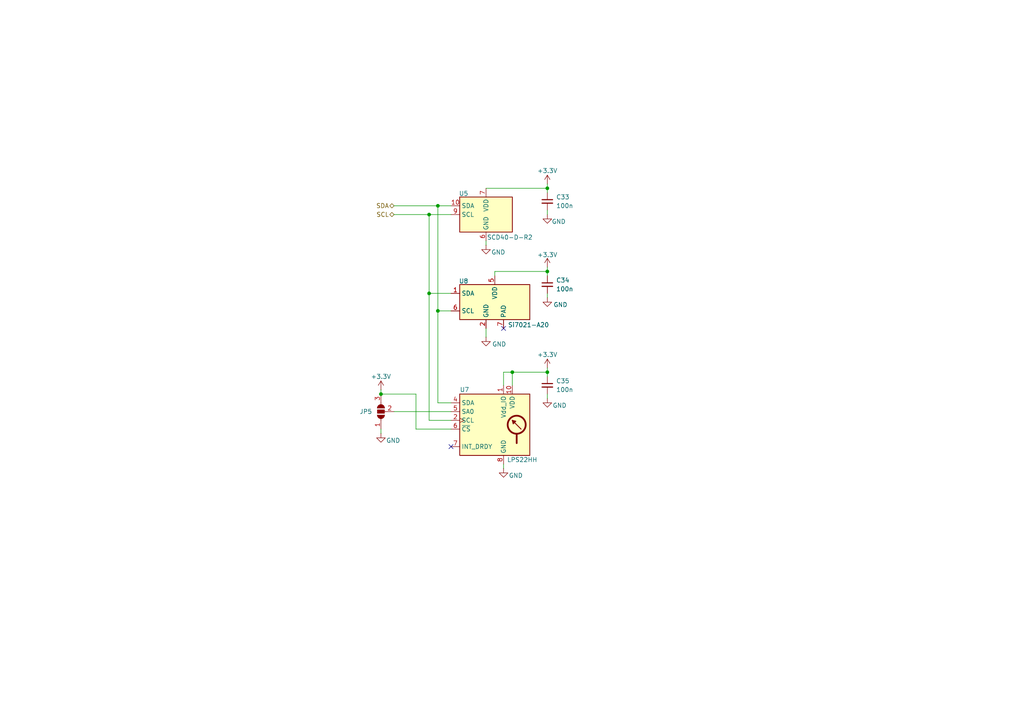
<source format=kicad_sch>
(kicad_sch (version 20231120) (generator "eeschema") (generator_version "8.0")
  (paper "A4")
  (lib_symbols
    (symbol "Device:C_Small" (pin_numbers hide) (pin_names (offset 0.254) hide)
      (property "Reference" "C" (at 0.254 1.778 0))
      (property "Value" "C_Small" (at 0.254 -2.032 0))
      (symbol "C_Small_0_1"
        (polyline (pts (xy -1.524 -0.508) (xy 1.524 -0.508)) (stroke (width 0.3302)))
        (polyline (pts (xy -1.524 0.508) (xy 1.524 0.508)) (stroke (width 0.3048)))
      )
      (symbol "C_Small_1_1"
        (pin passive line (at 0 2.54 270) (length 2.032) (name "~") (number "1"))
        (pin passive line (at 0 -2.54 90) (length 2.032) (name "~") (number "2"))
      )
    )
    (symbol "Jumper:SolderJumper_3_Open" (pin_names (offset 0) hide) (exclude_from_sim yes) (in_bom no)
      (property "Reference" "JP" (at -2.54 -2.54 0))
      (property "Value" "SolderJumper_3_Open" (at 0 2.794 0))
      (symbol "SolderJumper_3_Open_0_1"
        (arc (start -1.016 1.016) (mid -2.0276 0) (end -1.016 -1.016))
        (arc (start -1.016 1.016) (mid -2.0276 0) (end -1.016 -1.016) (fill (type outline)))
        (rectangle (start -0.508 1.016) (end 0.508 -1.016) (fill (type outline)))
        (polyline (pts (xy -2.54 0) (xy -2.032 0)))
        (polyline (pts (xy -1.016 1.016) (xy -1.016 -1.016)))
        (polyline (pts (xy 0 -1.27) (xy 0 -1.016)))
        (polyline (pts (xy 1.016 1.016) (xy 1.016 -1.016)))
        (polyline (pts (xy 2.54 0) (xy 2.032 0)))
        (arc (start 1.016 -1.016) (mid 2.0276 0) (end 1.016 1.016))
        (arc (start 1.016 -1.016) (mid 2.0276 0) (end 1.016 1.016) (fill (type outline)))
      )
      (symbol "SolderJumper_3_Open_1_1"
        (pin passive line (at -5.08 0 0) (length 2.54) (name "A") (number "1"))
        (pin passive line (at 0 -3.81 90) (length 2.54) (name "C") (number "2"))
        (pin passive line (at 5.08 0 180) (length 2.54) (name "B") (number "3"))
      )
    )
    (symbol "Sensor_Gas:SCD40-D-R2"
      (property "Reference" "U" (at -7.62 6.35 0))
      (property "Value" "SCD40-D-R2" (at 6.985 6.35 0))
      (symbol "SCD40-D-R2_0_1"
        (rectangle (start 7.62 5.08) (end -7.62 -5.08) (stroke (width 0.254)) (fill (type background)))
      )
      (symbol "SCD40-D-R2_1_1"
        (pin bidirectional line (at 10.16 2.54 180) (length 2.54) (name "SDA") (number "10"))
        (pin passive line (at 0 7.62 270) (length 2.54) hide (name "VDD") (number "19"))
        (pin passive line (at 0 -7.62 90) (length 2.54) hide (name "GND") (number "20"))
        (pin passive line (at 0 -7.62 90) (length 2.54) hide (name "GND") (number "21"))
        (pin power_in line (at 0 -7.62 90) (length 2.54) (name "GND") (number "6"))
        (pin power_in line (at 0 7.62 270) (length 2.54) (name "VDD") (number "7"))
        (pin input line (at 10.16 0 180) (length 2.54) (name "SCL") (number "9"))
      )
    )
    (symbol "Sensor_Humidity:Si7021-A20"
      (property "Reference" "U" (at -5.08 7.62 0))
      (property "Value" "Si7021-A20" (at -10.16 10.16 0))
      (symbol "Si7021-A20_0_1"
        (rectangle (start -10.16 5.08) (end 10.16 -5.08) (stroke (width 0.254)) (fill (type background)))
      )
      (symbol "Si7021-A20_1_1"
        (pin bidirectional line (at -12.7 2.54 0) (length 2.54) (name "SDA") (number "1"))
        (pin power_in line (at -2.54 -7.62 90) (length 2.54) (name "GND") (number "2"))
        (pin no_connect line (at 10.16 2.54 180) (length 2.54) hide (name "NC") (number "3"))
        (pin no_connect line (at 10.16 -2.54 180) (length 2.54) hide (name "NC") (number "4"))
        (pin power_in line (at 0 7.62 270) (length 2.54) (name "VDD") (number "5"))
        (pin input line (at -12.7 -2.54 0) (length 2.54) (name "SCL") (number "6"))
        (pin passive line (at 2.54 -7.62 90) (length 2.54) (name "PAD") (number "7"))
      )
    )
    (symbol "Sensor_Pressure:LPS22HH"
      (property "Reference" "U" (at -11.43 1.27 0))
      (property "Value" "LPS22HH" (at -11.43 -1.27 0))
      (symbol "LPS22HH_0_1"
        (rectangle (start -10.16 10.16) (end 10.16 -7.62) (stroke (width 0.254)) (fill (type background)))
        (circle (center -6.35 1.27) (radius 2.6162) (stroke (width 0.508)))
        (polyline (pts (xy -7.62 0) (xy -5.08 2.54)) (stroke (width 0.254)))
        (polyline (pts (xy -6.35 -1.524) (xy -6.35 -4.064)) (stroke (width 0.508)))
        (polyline (pts (xy -5.08 2.54) (xy -5.334 1.524) (xy -6.096 2.286) (xy -5.08 2.54)) (stroke (width 0.254)) (fill (type outline)))
      )
      (symbol "LPS22HH_1_1"
        (pin power_in line (at -2.54 12.7 270) (length 2.54) (name "Vdd_IO") (number "1"))
        (pin power_in line (at -5.08 12.7 270) (length 2.54) (name "VDD") (number "10"))
        (pin input clock (at 12.7 2.54 180) (length 2.54) (name "SCL") (number "2"))
        (pin passive line (at -2.54 -10.16 90) (length 2.54) hide (name "GND") (number "3"))
        (pin bidirectional line (at 12.7 7.62 180) (length 2.54) (name "SDA") (number "4"))
        (pin input line (at 12.7 5.08 180) (length 2.54) (name "SA0") (number "5"))
        (pin input line (at 12.7 0 180) (length 2.54) (name "~{CS}") (number "6"))
        (pin output line (at 12.7 -5.08 180) (length 2.54) (name "INT_DRDY") (number "7"))
        (pin power_in line (at -2.54 -10.16 90) (length 2.54) (name "GND") (number "8"))
        (pin passive line (at -2.54 -10.16 90) (length 2.54) hide (name "GND") (number "9"))
      )
    )
    (symbol "power:+3.3V" (power) (pin_numbers hide) (pin_names (offset 0) hide)
      (property "Value" "+3.3V" (at 0 3.556 0))
      (symbol "+3.3V_0_1"
        (polyline (pts (xy -0.762 1.27) (xy 0 2.54)))
        (polyline (pts (xy 0 0) (xy 0 2.54)))
        (polyline (pts (xy 0 2.54) (xy 0.762 1.27)))
      )
      (symbol "+3.3V_1_1"
        (pin power_in line (at 0 0 90) (length 0) (name "~") (number "1"))
      )
    )
    (symbol "power:GND" (power) (pin_numbers hide) (pin_names (offset 0) hide)
      (property "Value" "GND" (at 0 -3.81 0))
      (symbol "GND_0_1"
        (polyline (pts (xy 0 0) (xy 0 -1.27) (xy 1.27 -1.27) (xy 0 -2.54) (xy -1.27 -1.27) (xy 0 -1.27)))
      )
      (symbol "GND_1_1"
        (pin power_in line (at 0 0 270) (length 0) (name "~") (number "1"))
      )
    )
  )
  (junction (at 158.75 78.74))
  (junction (at 127 59.69))
  (junction (at 127 90.17))
  (junction (at 124.46 85.09))
  (junction (at 110.49 114.3))
  (junction (at 124.46 62.23))
  (junction (at 158.75 107.95))
  (junction (at 158.75 54.61))
  (junction (at 148.59 107.95))
  (no_connect (at 130.81 129.54))
  (no_connect (at 146.05 95.25))
  (wire (pts (xy 148.59 107.95) (xy 158.75 107.95)))
  (wire (pts (xy 158.75 54.61) (xy 158.75 55.88)))
  (wire (pts (xy 140.97 69.85) (xy 140.97 71.12)))
  (wire (pts (xy 127 90.17) (xy 130.81 90.17)))
  (wire (pts (xy 158.75 107.95) (xy 158.75 109.22)))
  (wire (pts (xy 130.81 121.92) (xy 124.46 121.92)))
  (wire (pts (xy 130.81 124.46) (xy 120.65 124.46)))
  (wire (pts (xy 127 59.69) (xy 130.81 59.69)))
  (wire (pts (xy 110.49 124.46) (xy 110.49 125.73)))
  (wire (pts (xy 120.65 124.46) (xy 120.65 114.3)))
  (wire (pts (xy 148.59 107.95) (xy 148.59 111.76)))
  (wire (pts (xy 124.46 62.23) (xy 130.81 62.23)))
  (wire (pts (xy 124.46 62.23) (xy 124.46 85.09)))
  (wire (pts (xy 146.05 107.95) (xy 148.59 107.95)))
  (wire (pts (xy 124.46 85.09) (xy 130.81 85.09)))
  (wire (pts (xy 114.3 119.38) (xy 130.81 119.38)))
  (wire (pts (xy 158.75 77.47) (xy 158.75 78.74)))
  (wire (pts (xy 158.75 106.68) (xy 158.75 107.95)))
  (wire (pts (xy 158.75 53.34) (xy 158.75 54.61)))
  (wire (pts (xy 146.05 134.62) (xy 146.05 135.89)))
  (wire (pts (xy 140.97 95.25) (xy 140.97 97.79)))
  (wire (pts (xy 140.97 54.61) (xy 158.75 54.61)))
  (wire (pts (xy 127 90.17) (xy 127 116.84)))
  (wire (pts (xy 158.75 114.3) (xy 158.75 115.57)))
  (wire (pts (xy 143.51 80.01) (xy 143.51 78.74)))
  (wire (pts (xy 124.46 85.09) (xy 124.46 121.92)))
  (wire (pts (xy 158.75 85.09) (xy 158.75 86.36)))
  (wire (pts (xy 130.81 116.84) (xy 127 116.84)))
  (wire (pts (xy 114.3 62.23) (xy 124.46 62.23)))
  (wire (pts (xy 158.75 60.96) (xy 158.75 62.23)))
  (wire (pts (xy 127 59.69) (xy 127 90.17)))
  (wire (pts (xy 143.51 78.74) (xy 158.75 78.74)))
  (wire (pts (xy 110.49 113.03) (xy 110.49 114.3)))
  (wire (pts (xy 114.3 59.69) (xy 127 59.69)))
  (wire (pts (xy 120.65 114.3) (xy 110.49 114.3)))
  (wire (pts (xy 146.05 111.76) (xy 146.05 107.95)))
  (wire (pts (xy 158.75 78.74) (xy 158.75 80.01)))
  (hierarchical_label "SDA" (shape bidirectional) (at 114.3 59.69 180))
  (hierarchical_label "SCL" (shape bidirectional) (at 114.3 62.23 180))
  (symbol (lib_id "Device:C_Small") (at 158.75 82.55 0) (unit 1)
    (property "Reference" "C34" (at 161.29 81.2862 0) (effects (justify left)))
    (property "Value" "100n" (at 161.29 83.8262 0) (effects (justify left)))
    (property "Footprint" "Capacitor_SMD:C_0603_1608Metric" (effects (hide yes)))
    (property "Description" "Unpolarized capacitor, small symbol" (effects (hide yes)))
  )
  (symbol (lib_id "power:+3.3V") (at 158.75 77.47 0) (unit 1)
    (property "Reference" "#PWR67" (effects (hide yes)))
    (property "Value" "+3.3V" (at 158.75 73.914 0))
    (property "Description" "Power symbol creates a global label with name \"+3.3V\"" (effects (hide yes)))
  )
  (symbol (lib_id "power:GND") (at 140.97 71.12 0) (unit 1)
    (property "Reference" "#PWR63" (effects (hide yes)))
    (property "Value" "GND" (at 144.526 73.152 0))
    (property "Description" "Power symbol creates a global label with name \"GND\" , ground" (effects (hide yes)))
  )
  (symbol (lib_id "Sensor_Gas:SCD40-D-R2") (at 140.97 62.23 0) (mirror y) (unit 1)
    (property "Reference" "U5" (at 133.096 56.134 0) (effects (justify right)))
    (property "Value" "SCD40-D-R2" (at 141.224 68.834 0) (effects (justify right)))
    (property "Footprint" "Sensor:Sensirion_SCD4x-1EP_10.1x10.1mm_P1.25mm_EP4.8x4.8mm" (effects (hide yes)))
    (property "Datasheet" "https://sensirion.com/media/documents/E0F04247/631EF271/CD_DS_SCD40_SCD41_Datasheet_D1.pdf" (effects (hide yes)))
    (property "Description" "Photoacoustic CO2 sensor, 40 000 ppm, I2C, 2.4-5.5 V, Base accuracy  400 - 2000 ppm" (effects (hide yes)))
  )
  (symbol (lib_id "power:+3.3V") (at 158.75 106.68 0) (unit 1)
    (property "Reference" "#PWR68" (effects (hide yes)))
    (property "Value" "+3.3V" (at 158.75 102.87 0))
    (property "Description" "Power symbol creates a global label with name \"+3.3V\"" (effects (hide yes)))
  )
  (symbol (lib_id "power:GND") (at 158.75 62.23 0) (unit 1)
    (property "Reference" "#PWR69" (effects (hide yes)))
    (property "Value" "GND" (at 162.052 64.262 0))
    (property "Description" "Power symbol creates a global label with name \"GND\" , ground" (effects (hide yes)))
  )
  (symbol (lib_id "power:+3.3V") (at 110.49 113.03 0) (unit 1)
    (property "Reference" "#PWR73" (effects (hide yes)))
    (property "Value" "+3.3V" (at 110.49 109.22 0))
    (property "Description" "Power symbol creates a global label with name \"+3.3V\"" (effects (hide yes)))
  )
  (symbol (lib_id "Jumper:SolderJumper_3_Open") (at 110.49 119.38 90) (unit 1) (exclude_from_sim yes) (in_bom no)
    (property "Reference" "JP5" (at 107.95 119.3799 90) (effects (justify left)))
    (property "Value" "SolderJumper_3_Open" (effects (hide yes)))
    (property "Footprint" "Jumper:SolderJumper-3_P1.3mm_Open_RoundedPad1.0x1.5mm" (effects (hide yes)))
    (property "Description" "Solder Jumper, 3-pole, open" (effects (hide yes)))
  )
  (symbol (lib_id "power:GND") (at 158.75 115.57 0) (unit 1)
    (property "Reference" "#PWR71" (effects (hide yes)))
    (property "Value" "GND" (at 162.306 117.602 0))
    (property "Description" "Power symbol creates a global label with name \"GND\" , ground" (effects (hide yes)))
  )
  (symbol (lib_id "power:GND") (at 158.75 86.36 0) (unit 1)
    (property "Reference" "#PWR70" (effects (hide yes)))
    (property "Value" "GND" (at 162.56 88.392 0))
    (property "Description" "Power symbol creates a global label with name \"GND\" , ground" (effects (hide yes)))
  )
  (symbol (lib_id "Device:C_Small") (at 158.75 58.42 0) (unit 1)
    (property "Reference" "C33" (at 161.29 57.1562 0) (effects (justify left)))
    (property "Value" "100n" (at 161.29 59.6962 0) (effects (justify left)))
    (property "Footprint" "Capacitor_SMD:C_0603_1608Metric" (effects (hide yes)))
    (property "Description" "Unpolarized capacitor, small symbol" (effects (hide yes)))
  )
  (symbol (lib_id "Sensor_Pressure:LPS22HH") (at 143.51 124.46 0) (mirror y) (unit 1)
    (property "Reference" "U7" (at 133.35 113.03 0) (effects (justify right)))
    (property "Value" "LPS22HH" (at 147.066 133.35 0) (effects (justify right)))
    (property "Footprint" "Package_LGA:ST_HLGA-10_2x2mm_P0.5mm_LayoutBorder3x2y" (effects (hide yes)))
    (property "Datasheet" "https://www.st.com/resource/en/datasheet/lps22hh.pdf" (effects (hide yes)))
    (property "Description" "MEMS nano pressure sensor, 260-1260 hPa, absolute digital output baromeeter, 24 bit, SPI, I2C, I3C, 0.65 Pa noise rms, ST_HLGA-10L" (effects (hide yes)))
  )
  (symbol (lib_id "power:+3.3V") (at 158.75 53.34 0) (unit 1)
    (property "Reference" "#PWR66" (effects (hide yes)))
    (property "Value" "+3.3V" (at 158.75 49.53 0))
    (property "Description" "Power symbol creates a global label with name \"+3.3V\"" (effects (hide yes)))
  )
  (symbol (lib_id "Device:C_Small") (at 158.75 111.76 0) (unit 1)
    (property "Reference" "C35" (at 161.29 110.4962 0) (effects (justify left)))
    (property "Value" "100n" (at 161.29 113.0362 0) (effects (justify left)))
    (property "Footprint" "Capacitor_SMD:C_0603_1608Metric" (effects (hide yes)))
    (property "Description" "Unpolarized capacitor, small symbol" (effects (hide yes)))
  )
  (symbol (lib_id "power:GND") (at 146.05 135.89 0) (unit 1)
    (property "Reference" "#PWR65" (effects (hide yes)))
    (property "Value" "GND" (at 149.606 137.922 0))
    (property "Description" "Power symbol creates a global label with name \"GND\" , ground" (effects (hide yes)))
  )
  (symbol (lib_id "power:GND") (at 140.97 97.79 0) (unit 1)
    (property "Reference" "#PWR89" (effects (hide yes)))
    (property "Value" "GND" (at 144.78 99.822 0))
    (property "Description" "Power symbol creates a global label with name \"GND\" , ground" (effects (hide yes)))
  )
  (symbol (lib_id "power:GND") (at 110.49 125.73 0) (unit 1)
    (property "Reference" "#PWR72" (effects (hide yes)))
    (property "Value" "GND" (at 114.046 127.762 0))
    (property "Description" "Power symbol creates a global label with name \"GND\" , ground" (effects (hide yes)))
  )
  (symbol (lib_id "Sensor_Humidity:Si7021-A20") (at 143.51 87.63 0) (unit 1)
    (property "Reference" "U8" (at 133.096 81.534 0) (effects (justify left)))
    (property "Value" "Si7021-A20" (at 147.32 94.234 0) (effects (justify left)))
    (property "Footprint" "Package_DFN_QFN:DFN-6-1EP_3x3mm_P1mm_EP1.5x2.4mm" (effects (hide yes)))
    (property "Datasheet" "https://www.silabs.com/documents/public/data-sheets/Si7021-A20.pdf" (effects (hide yes)))
    (property "Description" "I2C Humidity and Temperature Sensor, DFN-6" (effects (hide yes)))
  )
)
</source>
